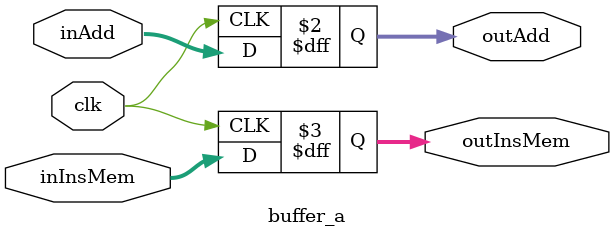
<source format=v>
module buffer_a (
        input clk,
        input [31:0] inAdd, inInsMem,
        output reg [31:0] outAdd, outInsMem
);
    always @ (posedge clk) begin
        outAdd = inAdd;
        outInsMem = inInsMem;
    end
endmodule // buffer_a

</source>
